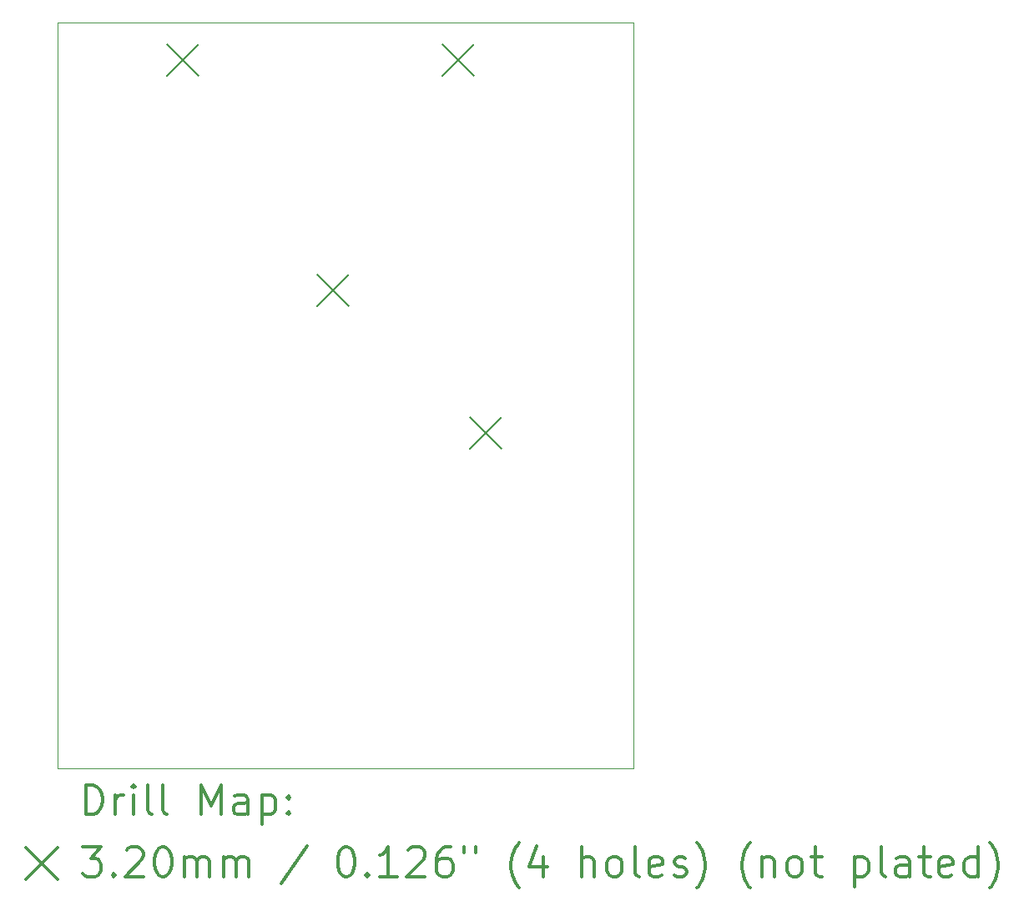
<source format=gbr>
%FSLAX45Y45*%
G04 Gerber Fmt 4.5, Leading zero omitted, Abs format (unit mm)*
G04 Created by KiCad (PCBNEW (5.1.5-0)) date 2022-08-30 11:14:49*
%MOMM*%
%LPD*%
G04 APERTURE LIST*
%TA.AperFunction,Profile*%
%ADD10C,0.100000*%
%TD*%
%ADD11C,0.200000*%
%ADD12C,0.300000*%
G04 APERTURE END LIST*
D10*
X18846800Y-4216400D02*
X18846800Y-11785600D01*
X13004800Y-4216400D02*
X18846800Y-4216400D01*
X13004800Y-11785600D02*
X13004800Y-4216400D01*
X18846800Y-11785600D02*
X13004800Y-11785600D01*
D11*
X15638800Y-6774200D02*
X15958800Y-7094200D01*
X15958800Y-6774200D02*
X15638800Y-7094200D01*
X14114800Y-4437400D02*
X14434800Y-4757400D01*
X14434800Y-4437400D02*
X14114800Y-4757400D01*
X17188200Y-8222000D02*
X17508200Y-8542000D01*
X17508200Y-8222000D02*
X17188200Y-8542000D01*
X16908800Y-4437400D02*
X17228800Y-4757400D01*
X17228800Y-4437400D02*
X16908800Y-4757400D01*
D12*
X13286228Y-12256314D02*
X13286228Y-11956314D01*
X13357657Y-11956314D01*
X13400514Y-11970600D01*
X13429086Y-11999171D01*
X13443371Y-12027743D01*
X13457657Y-12084886D01*
X13457657Y-12127743D01*
X13443371Y-12184886D01*
X13429086Y-12213457D01*
X13400514Y-12242029D01*
X13357657Y-12256314D01*
X13286228Y-12256314D01*
X13586228Y-12256314D02*
X13586228Y-12056314D01*
X13586228Y-12113457D02*
X13600514Y-12084886D01*
X13614800Y-12070600D01*
X13643371Y-12056314D01*
X13671943Y-12056314D01*
X13771943Y-12256314D02*
X13771943Y-12056314D01*
X13771943Y-11956314D02*
X13757657Y-11970600D01*
X13771943Y-11984886D01*
X13786228Y-11970600D01*
X13771943Y-11956314D01*
X13771943Y-11984886D01*
X13957657Y-12256314D02*
X13929086Y-12242029D01*
X13914800Y-12213457D01*
X13914800Y-11956314D01*
X14114800Y-12256314D02*
X14086228Y-12242029D01*
X14071943Y-12213457D01*
X14071943Y-11956314D01*
X14457657Y-12256314D02*
X14457657Y-11956314D01*
X14557657Y-12170600D01*
X14657657Y-11956314D01*
X14657657Y-12256314D01*
X14929086Y-12256314D02*
X14929086Y-12099171D01*
X14914800Y-12070600D01*
X14886228Y-12056314D01*
X14829086Y-12056314D01*
X14800514Y-12070600D01*
X14929086Y-12242029D02*
X14900514Y-12256314D01*
X14829086Y-12256314D01*
X14800514Y-12242029D01*
X14786228Y-12213457D01*
X14786228Y-12184886D01*
X14800514Y-12156314D01*
X14829086Y-12142029D01*
X14900514Y-12142029D01*
X14929086Y-12127743D01*
X15071943Y-12056314D02*
X15071943Y-12356314D01*
X15071943Y-12070600D02*
X15100514Y-12056314D01*
X15157657Y-12056314D01*
X15186228Y-12070600D01*
X15200514Y-12084886D01*
X15214800Y-12113457D01*
X15214800Y-12199171D01*
X15200514Y-12227743D01*
X15186228Y-12242029D01*
X15157657Y-12256314D01*
X15100514Y-12256314D01*
X15071943Y-12242029D01*
X15343371Y-12227743D02*
X15357657Y-12242029D01*
X15343371Y-12256314D01*
X15329086Y-12242029D01*
X15343371Y-12227743D01*
X15343371Y-12256314D01*
X15343371Y-12070600D02*
X15357657Y-12084886D01*
X15343371Y-12099171D01*
X15329086Y-12084886D01*
X15343371Y-12070600D01*
X15343371Y-12099171D01*
X12679800Y-12590600D02*
X12999800Y-12910600D01*
X12999800Y-12590600D02*
X12679800Y-12910600D01*
X13257657Y-12586314D02*
X13443371Y-12586314D01*
X13343371Y-12700600D01*
X13386228Y-12700600D01*
X13414800Y-12714886D01*
X13429086Y-12729171D01*
X13443371Y-12757743D01*
X13443371Y-12829171D01*
X13429086Y-12857743D01*
X13414800Y-12872029D01*
X13386228Y-12886314D01*
X13300514Y-12886314D01*
X13271943Y-12872029D01*
X13257657Y-12857743D01*
X13571943Y-12857743D02*
X13586228Y-12872029D01*
X13571943Y-12886314D01*
X13557657Y-12872029D01*
X13571943Y-12857743D01*
X13571943Y-12886314D01*
X13700514Y-12614886D02*
X13714800Y-12600600D01*
X13743371Y-12586314D01*
X13814800Y-12586314D01*
X13843371Y-12600600D01*
X13857657Y-12614886D01*
X13871943Y-12643457D01*
X13871943Y-12672029D01*
X13857657Y-12714886D01*
X13686228Y-12886314D01*
X13871943Y-12886314D01*
X14057657Y-12586314D02*
X14086228Y-12586314D01*
X14114800Y-12600600D01*
X14129086Y-12614886D01*
X14143371Y-12643457D01*
X14157657Y-12700600D01*
X14157657Y-12772029D01*
X14143371Y-12829171D01*
X14129086Y-12857743D01*
X14114800Y-12872029D01*
X14086228Y-12886314D01*
X14057657Y-12886314D01*
X14029086Y-12872029D01*
X14014800Y-12857743D01*
X14000514Y-12829171D01*
X13986228Y-12772029D01*
X13986228Y-12700600D01*
X14000514Y-12643457D01*
X14014800Y-12614886D01*
X14029086Y-12600600D01*
X14057657Y-12586314D01*
X14286228Y-12886314D02*
X14286228Y-12686314D01*
X14286228Y-12714886D02*
X14300514Y-12700600D01*
X14329086Y-12686314D01*
X14371943Y-12686314D01*
X14400514Y-12700600D01*
X14414800Y-12729171D01*
X14414800Y-12886314D01*
X14414800Y-12729171D02*
X14429086Y-12700600D01*
X14457657Y-12686314D01*
X14500514Y-12686314D01*
X14529086Y-12700600D01*
X14543371Y-12729171D01*
X14543371Y-12886314D01*
X14686228Y-12886314D02*
X14686228Y-12686314D01*
X14686228Y-12714886D02*
X14700514Y-12700600D01*
X14729086Y-12686314D01*
X14771943Y-12686314D01*
X14800514Y-12700600D01*
X14814800Y-12729171D01*
X14814800Y-12886314D01*
X14814800Y-12729171D02*
X14829086Y-12700600D01*
X14857657Y-12686314D01*
X14900514Y-12686314D01*
X14929086Y-12700600D01*
X14943371Y-12729171D01*
X14943371Y-12886314D01*
X15529086Y-12572029D02*
X15271943Y-12957743D01*
X15914800Y-12586314D02*
X15943371Y-12586314D01*
X15971943Y-12600600D01*
X15986228Y-12614886D01*
X16000514Y-12643457D01*
X16014800Y-12700600D01*
X16014800Y-12772029D01*
X16000514Y-12829171D01*
X15986228Y-12857743D01*
X15971943Y-12872029D01*
X15943371Y-12886314D01*
X15914800Y-12886314D01*
X15886228Y-12872029D01*
X15871943Y-12857743D01*
X15857657Y-12829171D01*
X15843371Y-12772029D01*
X15843371Y-12700600D01*
X15857657Y-12643457D01*
X15871943Y-12614886D01*
X15886228Y-12600600D01*
X15914800Y-12586314D01*
X16143371Y-12857743D02*
X16157657Y-12872029D01*
X16143371Y-12886314D01*
X16129086Y-12872029D01*
X16143371Y-12857743D01*
X16143371Y-12886314D01*
X16443371Y-12886314D02*
X16271943Y-12886314D01*
X16357657Y-12886314D02*
X16357657Y-12586314D01*
X16329086Y-12629171D01*
X16300514Y-12657743D01*
X16271943Y-12672029D01*
X16557657Y-12614886D02*
X16571943Y-12600600D01*
X16600514Y-12586314D01*
X16671943Y-12586314D01*
X16700514Y-12600600D01*
X16714800Y-12614886D01*
X16729086Y-12643457D01*
X16729086Y-12672029D01*
X16714800Y-12714886D01*
X16543371Y-12886314D01*
X16729086Y-12886314D01*
X16986228Y-12586314D02*
X16929086Y-12586314D01*
X16900514Y-12600600D01*
X16886228Y-12614886D01*
X16857657Y-12657743D01*
X16843371Y-12714886D01*
X16843371Y-12829171D01*
X16857657Y-12857743D01*
X16871943Y-12872029D01*
X16900514Y-12886314D01*
X16957657Y-12886314D01*
X16986228Y-12872029D01*
X17000514Y-12857743D01*
X17014800Y-12829171D01*
X17014800Y-12757743D01*
X17000514Y-12729171D01*
X16986228Y-12714886D01*
X16957657Y-12700600D01*
X16900514Y-12700600D01*
X16871943Y-12714886D01*
X16857657Y-12729171D01*
X16843371Y-12757743D01*
X17129086Y-12586314D02*
X17129086Y-12643457D01*
X17243371Y-12586314D02*
X17243371Y-12643457D01*
X17686228Y-13000600D02*
X17671943Y-12986314D01*
X17643371Y-12943457D01*
X17629086Y-12914886D01*
X17614800Y-12872029D01*
X17600514Y-12800600D01*
X17600514Y-12743457D01*
X17614800Y-12672029D01*
X17629086Y-12629171D01*
X17643371Y-12600600D01*
X17671943Y-12557743D01*
X17686228Y-12543457D01*
X17929086Y-12686314D02*
X17929086Y-12886314D01*
X17857657Y-12572029D02*
X17786228Y-12786314D01*
X17971943Y-12786314D01*
X18314800Y-12886314D02*
X18314800Y-12586314D01*
X18443371Y-12886314D02*
X18443371Y-12729171D01*
X18429086Y-12700600D01*
X18400514Y-12686314D01*
X18357657Y-12686314D01*
X18329086Y-12700600D01*
X18314800Y-12714886D01*
X18629086Y-12886314D02*
X18600514Y-12872029D01*
X18586228Y-12857743D01*
X18571943Y-12829171D01*
X18571943Y-12743457D01*
X18586228Y-12714886D01*
X18600514Y-12700600D01*
X18629086Y-12686314D01*
X18671943Y-12686314D01*
X18700514Y-12700600D01*
X18714800Y-12714886D01*
X18729086Y-12743457D01*
X18729086Y-12829171D01*
X18714800Y-12857743D01*
X18700514Y-12872029D01*
X18671943Y-12886314D01*
X18629086Y-12886314D01*
X18900514Y-12886314D02*
X18871943Y-12872029D01*
X18857657Y-12843457D01*
X18857657Y-12586314D01*
X19129086Y-12872029D02*
X19100514Y-12886314D01*
X19043371Y-12886314D01*
X19014800Y-12872029D01*
X19000514Y-12843457D01*
X19000514Y-12729171D01*
X19014800Y-12700600D01*
X19043371Y-12686314D01*
X19100514Y-12686314D01*
X19129086Y-12700600D01*
X19143371Y-12729171D01*
X19143371Y-12757743D01*
X19000514Y-12786314D01*
X19257657Y-12872029D02*
X19286228Y-12886314D01*
X19343371Y-12886314D01*
X19371943Y-12872029D01*
X19386228Y-12843457D01*
X19386228Y-12829171D01*
X19371943Y-12800600D01*
X19343371Y-12786314D01*
X19300514Y-12786314D01*
X19271943Y-12772029D01*
X19257657Y-12743457D01*
X19257657Y-12729171D01*
X19271943Y-12700600D01*
X19300514Y-12686314D01*
X19343371Y-12686314D01*
X19371943Y-12700600D01*
X19486228Y-13000600D02*
X19500514Y-12986314D01*
X19529086Y-12943457D01*
X19543371Y-12914886D01*
X19557657Y-12872029D01*
X19571943Y-12800600D01*
X19571943Y-12743457D01*
X19557657Y-12672029D01*
X19543371Y-12629171D01*
X19529086Y-12600600D01*
X19500514Y-12557743D01*
X19486228Y-12543457D01*
X20029086Y-13000600D02*
X20014800Y-12986314D01*
X19986228Y-12943457D01*
X19971943Y-12914886D01*
X19957657Y-12872029D01*
X19943371Y-12800600D01*
X19943371Y-12743457D01*
X19957657Y-12672029D01*
X19971943Y-12629171D01*
X19986228Y-12600600D01*
X20014800Y-12557743D01*
X20029086Y-12543457D01*
X20143371Y-12686314D02*
X20143371Y-12886314D01*
X20143371Y-12714886D02*
X20157657Y-12700600D01*
X20186228Y-12686314D01*
X20229086Y-12686314D01*
X20257657Y-12700600D01*
X20271943Y-12729171D01*
X20271943Y-12886314D01*
X20457657Y-12886314D02*
X20429086Y-12872029D01*
X20414800Y-12857743D01*
X20400514Y-12829171D01*
X20400514Y-12743457D01*
X20414800Y-12714886D01*
X20429086Y-12700600D01*
X20457657Y-12686314D01*
X20500514Y-12686314D01*
X20529086Y-12700600D01*
X20543371Y-12714886D01*
X20557657Y-12743457D01*
X20557657Y-12829171D01*
X20543371Y-12857743D01*
X20529086Y-12872029D01*
X20500514Y-12886314D01*
X20457657Y-12886314D01*
X20643371Y-12686314D02*
X20757657Y-12686314D01*
X20686228Y-12586314D02*
X20686228Y-12843457D01*
X20700514Y-12872029D01*
X20729086Y-12886314D01*
X20757657Y-12886314D01*
X21086228Y-12686314D02*
X21086228Y-12986314D01*
X21086228Y-12700600D02*
X21114800Y-12686314D01*
X21171943Y-12686314D01*
X21200514Y-12700600D01*
X21214800Y-12714886D01*
X21229086Y-12743457D01*
X21229086Y-12829171D01*
X21214800Y-12857743D01*
X21200514Y-12872029D01*
X21171943Y-12886314D01*
X21114800Y-12886314D01*
X21086228Y-12872029D01*
X21400514Y-12886314D02*
X21371943Y-12872029D01*
X21357657Y-12843457D01*
X21357657Y-12586314D01*
X21643371Y-12886314D02*
X21643371Y-12729171D01*
X21629086Y-12700600D01*
X21600514Y-12686314D01*
X21543371Y-12686314D01*
X21514800Y-12700600D01*
X21643371Y-12872029D02*
X21614800Y-12886314D01*
X21543371Y-12886314D01*
X21514800Y-12872029D01*
X21500514Y-12843457D01*
X21500514Y-12814886D01*
X21514800Y-12786314D01*
X21543371Y-12772029D01*
X21614800Y-12772029D01*
X21643371Y-12757743D01*
X21743371Y-12686314D02*
X21857657Y-12686314D01*
X21786228Y-12586314D02*
X21786228Y-12843457D01*
X21800514Y-12872029D01*
X21829086Y-12886314D01*
X21857657Y-12886314D01*
X22071943Y-12872029D02*
X22043371Y-12886314D01*
X21986228Y-12886314D01*
X21957657Y-12872029D01*
X21943371Y-12843457D01*
X21943371Y-12729171D01*
X21957657Y-12700600D01*
X21986228Y-12686314D01*
X22043371Y-12686314D01*
X22071943Y-12700600D01*
X22086228Y-12729171D01*
X22086228Y-12757743D01*
X21943371Y-12786314D01*
X22343371Y-12886314D02*
X22343371Y-12586314D01*
X22343371Y-12872029D02*
X22314800Y-12886314D01*
X22257657Y-12886314D01*
X22229086Y-12872029D01*
X22214800Y-12857743D01*
X22200514Y-12829171D01*
X22200514Y-12743457D01*
X22214800Y-12714886D01*
X22229086Y-12700600D01*
X22257657Y-12686314D01*
X22314800Y-12686314D01*
X22343371Y-12700600D01*
X22457657Y-13000600D02*
X22471943Y-12986314D01*
X22500514Y-12943457D01*
X22514800Y-12914886D01*
X22529086Y-12872029D01*
X22543371Y-12800600D01*
X22543371Y-12743457D01*
X22529086Y-12672029D01*
X22514800Y-12629171D01*
X22500514Y-12600600D01*
X22471943Y-12557743D01*
X22457657Y-12543457D01*
M02*

</source>
